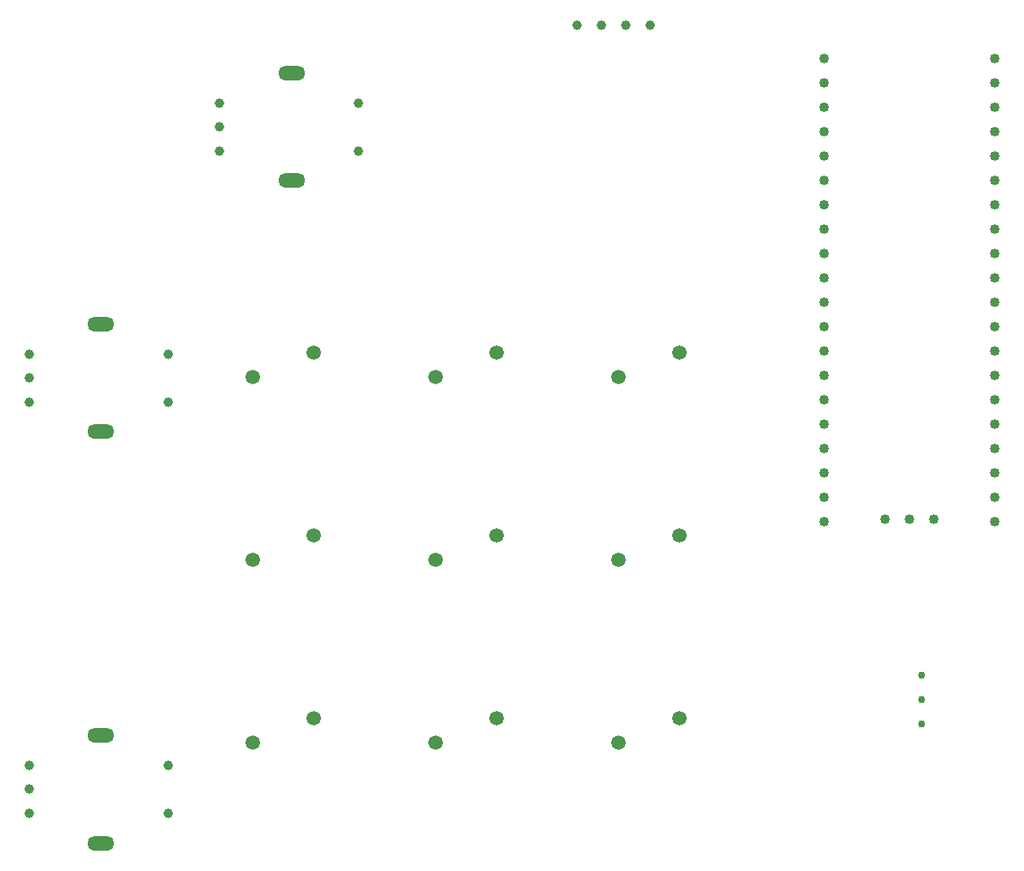
<source format=gbr>
%TF.GenerationSoftware,KiCad,Pcbnew,7.0.9*%
%TF.CreationDate,2023-12-23T17:51:51+00:00*%
%TF.ProjectId,MacroPad,4d616372-6f50-4616-942e-6b696361645f,rev?*%
%TF.SameCoordinates,Original*%
%TF.FileFunction,Plated,1,2,PTH,Mixed*%
%TF.FilePolarity,Positive*%
%FSLAX46Y46*%
G04 Gerber Fmt 4.6, Leading zero omitted, Abs format (unit mm)*
G04 Created by KiCad (PCBNEW 7.0.9) date 2023-12-23 17:51:51*
%MOMM*%
%LPD*%
G01*
G04 APERTURE LIST*
%TA.AperFunction,ComponentDrill*%
%ADD10C,0.762000*%
%TD*%
%TA.AperFunction,ComponentDrill*%
%ADD11C,1.000000*%
%TD*%
%TA.AperFunction,ComponentDrill*%
%ADD12C,1.020000*%
%TD*%
G04 aperture for slot hole*
%TA.AperFunction,ComponentDrill*%
%ADD13O,2.800000X1.500000*%
%TD*%
%TA.AperFunction,ComponentDrill*%
%ADD14C,1.500000*%
%TD*%
G04 APERTURE END LIST*
D10*
%TO.C,toggle1*%
X182880000Y-130345000D03*
X182880000Y-132885000D03*
X182880000Y-135425000D03*
D11*
%TO.C,SW3*%
X89935000Y-96845000D03*
X89935000Y-99345000D03*
X89935000Y-101845000D03*
%TO.C,SW1*%
X89935000Y-139707500D03*
X89935000Y-142207500D03*
X89935000Y-144707500D03*
%TO.C,SW3*%
X104435000Y-96845000D03*
X104435000Y-101845000D03*
%TO.C,SW1*%
X104435000Y-139707500D03*
X104435000Y-144707500D03*
%TO.C,SW2*%
X109760000Y-70695000D03*
X109760000Y-73195000D03*
X109760000Y-75695000D03*
X124260000Y-70695000D03*
X124260000Y-75695000D03*
%TO.C,Brd1*%
X147015000Y-62595000D03*
X149555000Y-62595000D03*
X152095000Y-62595000D03*
X154635000Y-62595000D03*
D12*
%TO.C,U1*%
X172720000Y-66040000D03*
X172720000Y-68580000D03*
X172720000Y-71120000D03*
X172720000Y-73660000D03*
X172720000Y-76200000D03*
X172720000Y-78740000D03*
X172720000Y-81280000D03*
X172720000Y-83820000D03*
X172720000Y-86360000D03*
X172720000Y-88900000D03*
X172720000Y-91440000D03*
X172720000Y-93980000D03*
X172720000Y-96520000D03*
X172720000Y-99060000D03*
X172720000Y-101600000D03*
X172720000Y-104140000D03*
X172720000Y-106680000D03*
X172720000Y-109220000D03*
X172720000Y-111760000D03*
X172720000Y-114300000D03*
X179070000Y-114070000D03*
X181610000Y-114070000D03*
X184150000Y-114070000D03*
X190500000Y-66040000D03*
X190500000Y-68580000D03*
X190500000Y-71120000D03*
X190500000Y-73660000D03*
X190500000Y-76200000D03*
X190500000Y-78740000D03*
X190500000Y-81280000D03*
X190500000Y-83820000D03*
X190500000Y-86360000D03*
X190500000Y-88900000D03*
X190500000Y-91440000D03*
X190500000Y-93980000D03*
X190500000Y-96520000D03*
X190500000Y-99060000D03*
X190500000Y-101600000D03*
X190500000Y-104140000D03*
X190500000Y-106680000D03*
X190500000Y-109220000D03*
X190500000Y-111760000D03*
X190500000Y-114300000D03*
D13*
%TO.C,SW3*%
X97435000Y-93745000D03*
X97435000Y-104945000D03*
%TO.C,SW1*%
X97435000Y-136607500D03*
X97435000Y-147807500D03*
D14*
%TO.C,S1*%
X113200000Y-99230000D03*
%TO.C,S4*%
X113200000Y-118280000D03*
%TO.C,S7*%
X113200000Y-137330000D03*
D13*
%TO.C,SW2*%
X117260000Y-67595000D03*
X117260000Y-78795000D03*
D14*
%TO.C,S1*%
X119550000Y-96690000D03*
%TO.C,S4*%
X119550000Y-115740000D03*
%TO.C,S7*%
X119550000Y-134790000D03*
%TO.C,S2*%
X132250000Y-99230000D03*
%TO.C,S5*%
X132250000Y-118280000D03*
%TO.C,S8*%
X132250000Y-137330000D03*
%TO.C,S2*%
X138600000Y-96690000D03*
%TO.C,S5*%
X138600000Y-115740000D03*
%TO.C,S8*%
X138600000Y-134790000D03*
%TO.C,S3*%
X151300000Y-99230000D03*
%TO.C,S6*%
X151300000Y-118280000D03*
%TO.C,S9*%
X151300000Y-137330000D03*
%TO.C,S3*%
X157650000Y-96690000D03*
%TO.C,S6*%
X157650000Y-115740000D03*
%TO.C,S9*%
X157650000Y-134790000D03*
M02*

</source>
